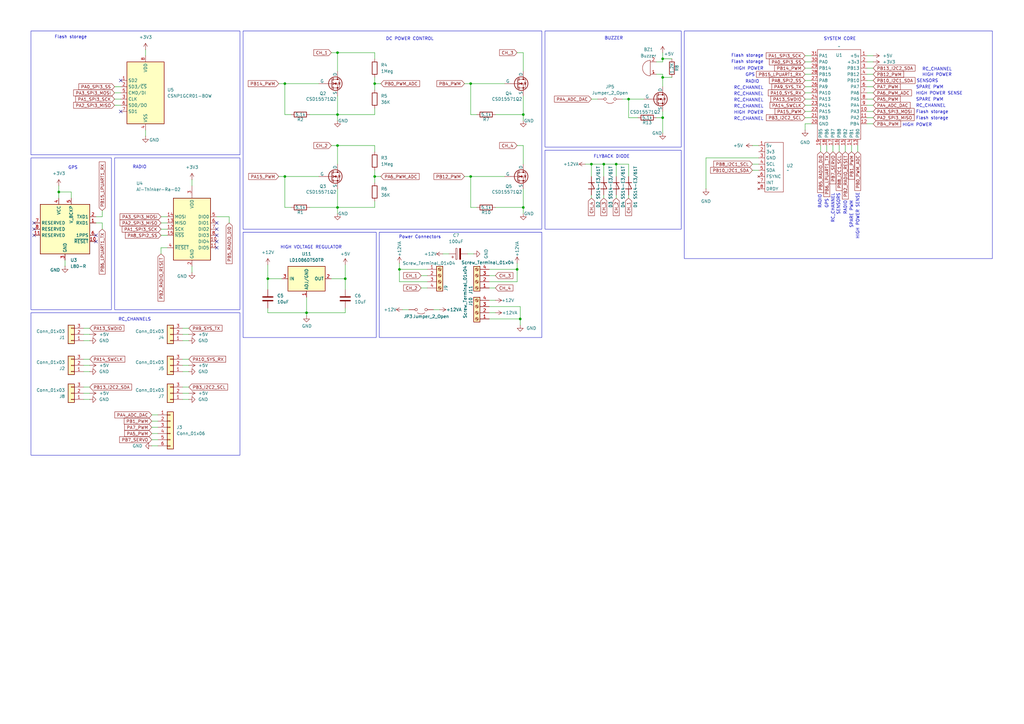
<source format=kicad_sch>
(kicad_sch (version 20250114) (generator "eeschema") (generator_version "9.0")
  (paper "A3")
  (title_block (title "Heptagram-Mini") (date "2025-06-17") (company "Elven Aerospace Industries") (comment 1 "Copyright (C) 2025 Rowan Zhang") (comment 2 "License URL: https://creativecommons.org/licenses/by-sa/4.0/") (comment 3 "License: CC BY-SA 4.0"))
  (rectangle (start 99.695 95.25) (end 154.305 138.43))
  (rectangle (start 223.52 12.7) (end 279.4 60.325))
  (rectangle (start 12.7 64.77) (end 45.72 127))
  (rectangle (start 46.99 64.77) (end 98.425 127))
  (rectangle (start 155.575 95.25) (end 222.25 138.43))
  (rectangle (start 12.7 12.7) (end 98.425 63.5))
  (rectangle (start 12.7 128.27) (end 98.425 186.69))
  (rectangle (start 223.52 61.595) (end 279.4 93.98))
  (rectangle (start 99.695 12.7) (end 222.25 93.98))
  (rectangle (start 280.67 12.7) (end 407.035 106.045))
  (text "DC POWER CONTROL" (at 158.242 16.764 0) (effects (font (size 1.27 1.27)) (justify left bottom)))
  (text "Flash storage" (at 375.666 45.974 0) (effects (font (size 1.27 1.27)) (justify left)))
  (text "RADIO" (at 311.404 33.528 0) (effects (font (size 1.27 1.27)) (justify right)))
  (text "RC_CHANNEL" (at 313.182 43.688 0) (effects (font (size 1.27 1.27)) (justify right)))
  (text "SPARE PWM" (at 375.666 40.894 0) (effects (font (size 1.27 1.27)) (justify left)))
  (text "RC_CHANNEL" (at 313.182 48.768 0) (effects (font (size 1.27 1.27)) (justify right)))
  (text "RC_CHANNEL" (at 313.182 36.068 0) (effects (font (size 1.27 1.27)) (justify right)))
  (text "HIGH POWER" (at 313.182 46.228 0) (effects (font (size 1.27 1.27)) (justify right)))
  (text "HIGH POWER" (at 370.078 51.308 0) (effects (font (size 1.27 1.27)) (justify left)))
  (text "SYSTEM CORE" (at 337.82 16.764 0) (effects (font (size 1.27 1.27)) (justify left bottom)))
  (text "GPS" (at 27.94 69.596 0) (effects (font (size 1.27 1.27)) (justify left bottom)))
  (text "RC_CHANNEL" (at 378.206 28.448 0) (effects (font (size 1.27 1.27)) (justify left)))
  (text "GPS" (at 309.626 30.734 0) (effects (font (size 1.27 1.27)) (justify right)))
  (text "HIGH POWER" (at 378.206 30.734 0) (effects (font (size 1.27 1.27)) (justify left)))
  (text "HIGH VOLTAGE REGULATOR" (at 114.935 102.235 0) (effects (font (size 1.27 1.27)) (justify left bottom)))
  (text "HIGH POWER SENSE" (at 375.666 38.354 0) (effects (font (size 1.27 1.27)) (justify left)))
  (text "Flash storage" (at 313.182 25.4 0) (effects (font (size 1.27 1.27)) (justify right)))
  (text "SPARE PWM" (at 349.25 82.296 90) (effects (font (size 1.27 1.27)) (justify right)))
  (text "SENSORS" (at 375.92 33.274 0) (effects (font (size 1.27 1.27)) (justify left)))
  (text "BUZZER" (at 247.904 16.51 0) (effects (font (size 1.27 1.27)) (justify left bottom)))
  (text "RC_CHANNEL" (at 313.182 38.608 0) (effects (font (size 1.27 1.27)) (justify right)))
  (text "GPS" (at 339.09 81.534 90) (effects (font (size 1.27 1.27)) (justify right)))
  (text "HIGH POWER" (at 313.182 28.194 0) (effects (font (size 1.27 1.27)) (justify right)))
  (text "HIGH POWER SENSE" (at 351.79 78.994 90) (effects (font (size 1.27 1.27)) (justify right)))
  (text "RC_CHANNEL" (at 341.63 79.248 90) (effects (font (size 1.27 1.27)) (justify right)))
  (text "RADIO" (at 346.71 82.296 90) (effects (font (size 1.27 1.27)) (justify right)))
  (text "RADIO" (at 336.296 79.756 90) (effects (font (size 1.27 1.27)) (justify right)))
  (text "Power Connectors" (at 172.212 97.282 0) (effects (font (size 1.27 1.27))))
  (text "SENSORS" (at 343.916 79.248 90) (effects (font (size 1.27 1.27)) (justify right)))
  (text "Flash storage" (at 375.666 48.514 0) (effects (font (size 1.27 1.27)) (justify left)))
  (text "SPARE PWM" (at 375.666 35.814 0) (effects (font (size 1.27 1.27)) (justify left)))
  (text "RC_CHANNELS" (at 48.514 131.826 0) (effects (font (size 1.27 1.27)) (justify left bottom)))
  (text "FLYBACK DIODE" (at 258.318 65.024 0) (effects (font (size 1.27 1.27)) (justify right bottom)))
  (text "Flash storage" (at 313.182 22.86 0) (effects (font (size 1.27 1.27)) (justify right)))
  (text "Flash storage" (at 22.352 16.002 0) (effects (font (size 1.27 1.27)) (justify left bottom)))
  (text "RC_CHANNEL" (at 375.666 43.434 0) (effects (font (size 1.27 1.27)) (justify left)))
  (text "RC_CHANNEL" (at 313.182 41.148 0) (effects (font (size 1.27 1.27)) (justify right)))
  (text "RADIO" (at 54.356 69.342 0) (effects (font (size 1.27 1.27)) (justify left bottom)))
  (junction (at 163.83 110.49))
  (junction (at 193.04 34.29))
  (junction (at 247.65 67.31))
  (junction (at 271.78 31.75))
  (junction (at 138.43 21.59))
  (junction (at 138.43 85.09))
  (junction (at 213.36 130.81))
  (junction (at 271.78 48.26))
  (junction (at 252.73 67.31))
  (junction (at 125.73 128.27))
  (junction (at 116.84 72.39))
  (junction (at 141.605 114.3))
  (junction (at 116.84 34.29))
  (junction (at 193.04 72.39))
  (junction (at 242.57 67.31))
  (junction (at 271.78 24.13))
  (junction (at 153.67 34.29))
  (junction (at 138.43 46.99))
  (junction (at 109.855 114.3))
  (junction (at 24.13 78.74))
  (junction (at 153.67 72.39))
  (junction (at 214.63 46.99))
  (junction (at 212.09 110.49))
  (junction (at 138.43 59.69))
  (junction (at 214.63 85.09))
  (junction (at 257.81 40.64))
  (no_connect (at 49.53 33.02))
  (no_connect (at 49.53 45.72))
  (no_connect (at 13.97 93.98))
  (no_connect (at 88.9 91.44))
  (no_connect (at 88.9 99.06))
  (no_connect (at 88.9 96.52))
  (no_connect (at 39.37 99.06))
  (no_connect (at 88.9 101.6))
  (no_connect (at 88.9 93.98))
  (no_connect (at 39.37 96.52))
  (no_connect (at 13.97 91.44))
  (no_connect (at 13.97 96.52))
  (wire (pts (xy 77.47 161.29) (xy 74.93 161.29)))
  (wire (pts (xy 138.43 77.47) (xy 138.43 85.09)))
  (wire (pts (xy 62.23 182.88) (xy 64.77 182.88)))
  (wire (pts (xy 358.14 48.26) (xy 355.6 48.26)))
  (wire (pts (xy 200.66 123.19) (xy 203.2 123.19)))
  (wire (pts (xy 125.73 128.27) (xy 109.855 128.27)))
  (wire (pts (xy 247.65 72.39) (xy 247.65 67.31)))
  (wire (pts (xy 358.14 33.02) (xy 355.6 33.02)))
  (wire (pts (xy 271.78 54.61) (xy 271.78 48.26)))
  (wire (pts (xy 36.83 147.32) (xy 34.29 147.32)))
  (wire (pts (xy 163.83 107.95) (xy 163.83 110.49)))
  (wire (pts (xy 308.61 67.31) (xy 311.15 67.31)))
  (wire (pts (xy 153.67 72.39) (xy 153.67 74.93)))
  (wire (pts (xy 125.73 128.27) (xy 125.73 129.54)))
  (wire (pts (xy 358.14 45.72) (xy 355.6 45.72)))
  (wire (pts (xy 344.17 59.69) (xy 344.17 62.23)))
  (wire (pts (xy 156.21 72.39) (xy 153.67 72.39)))
  (wire (pts (xy 240.03 67.31) (xy 242.57 67.31)))
  (wire (pts (xy 109.855 114.3) (xy 109.855 118.745)))
  (wire (pts (xy 138.43 85.09) (xy 153.67 85.09)))
  (wire (pts (xy 141.605 108.585) (xy 141.605 114.3)))
  (wire (pts (xy 109.855 128.27) (xy 109.855 126.365)))
  (wire (pts (xy 141.605 126.365) (xy 141.605 128.27)))
  (wire (pts (xy 153.67 59.69) (xy 153.67 62.23)))
  (wire (pts (xy 138.43 59.69) (xy 138.43 67.31)))
  (wire (pts (xy 66.04 96.52) (xy 68.58 96.52)))
  (wire (pts (xy 271.78 30.48) (xy 271.78 31.75)))
  (wire (pts (xy 116.84 46.99) (xy 116.84 34.29)))
  (wire (pts (xy 308.61 69.85) (xy 311.15 69.85)))
  (wire (pts (xy 214.63 39.37) (xy 214.63 46.99)))
  (wire (pts (xy 214.63 77.47) (xy 214.63 85.09)))
  (wire (pts (xy 64.77 170.18) (xy 62.23 170.18)))
  (wire (pts (xy 138.43 46.99) (xy 153.67 46.99)))
  (wire (pts (xy 355.6 40.64) (xy 358.14 40.64)))
  (wire (pts (xy 212.09 59.69) (xy 214.63 59.69)))
  (wire (pts (xy 36.83 158.75) (xy 34.29 158.75)))
  (wire (pts (xy 346.71 62.23) (xy 346.71 59.69)))
  (wire (pts (xy 66.04 104.14) (xy 66.04 101.6)))
  (wire (pts (xy 330.2 33.02) (xy 332.74 33.02)))
  (wire (pts (xy 330.2 35.56) (xy 332.74 35.56)))
  (wire (pts (xy 64.77 177.8) (xy 62.23 177.8)))
  (wire (pts (xy 308.61 59.69) (xy 311.15 59.69)))
  (wire (pts (xy 200.66 113.03) (xy 203.2 113.03)))
  (wire (pts (xy 167.64 127) (xy 165.1 127)))
  (wire (pts (xy 66.04 101.6) (xy 68.58 101.6)))
  (wire (pts (xy 24.13 76.2) (xy 24.13 78.74)))
  (wire (pts (xy 261.62 48.26) (xy 257.81 48.26)))
  (wire (pts (xy 116.84 34.29) (xy 130.81 34.29)))
  (wire (pts (xy 153.67 21.59) (xy 153.67 24.13)))
  (wire (pts (xy 127 46.99) (xy 138.43 46.99)))
  (wire (pts (xy 242.57 81.28) (xy 242.57 80.01)))
  (wire (pts (xy 77.47 163.83) (xy 74.93 163.83)))
  (wire (pts (xy 193.04 85.09) (xy 195.58 85.09)))
  (wire (pts (xy 163.83 110.49) (xy 175.26 110.49)))
  (wire (pts (xy 138.43 59.69) (xy 153.67 59.69)))
  (wire (pts (xy 172.72 113.03) (xy 175.26 113.03)))
  (wire (pts (xy 269.24 48.26) (xy 271.78 48.26)))
  (wire (pts (xy 193.04 46.99) (xy 193.04 34.29)))
  (wire (pts (xy 153.67 69.85) (xy 153.67 72.39)))
  (wire (pts (xy 77.47 149.86) (xy 74.93 149.86)))
  (wire (pts (xy 153.67 85.09) (xy 153.67 82.55)))
  (wire (pts (xy 242.57 67.31) (xy 247.65 67.31)))
  (wire (pts (xy 355.6 35.56) (xy 358.14 35.56)))
  (wire (pts (xy 78.74 111.76) (xy 78.74 109.22)))
  (wire (pts (xy 203.2 46.99) (xy 214.63 46.99)))
  (wire (pts (xy 62.23 172.72) (xy 64.77 172.72)))
  (wire (pts (xy 116.84 85.09) (xy 116.84 72.39)))
  (wire (pts (xy 269.24 25.4) (xy 271.78 25.4)))
  (wire (pts (xy 125.73 121.92) (xy 125.73 128.27)))
  (wire (pts (xy 193.04 72.39) (xy 207.01 72.39)))
  (wire (pts (xy 330.2 38.1) (xy 332.74 38.1)))
  (wire (pts (xy 62.23 180.34) (xy 64.77 180.34)))
  (wire (pts (xy 180.34 127) (xy 177.8 127)))
  (wire (pts (xy 93.98 88.9) (xy 88.9 88.9)))
  (wire (pts (xy 330.2 48.26) (xy 332.74 48.26)))
  (wire (pts (xy 41.91 88.9) (xy 39.37 88.9)))
  (wire (pts (xy 138.43 39.37) (xy 138.43 46.99)))
  (wire (pts (xy 36.83 137.16) (xy 34.29 137.16)))
  (wire (pts (xy 247.65 81.28) (xy 247.65 80.01)))
  (wire (pts (xy 138.43 87.63) (xy 138.43 85.09)))
  (wire (pts (xy 135.89 114.3) (xy 141.605 114.3)))
  (wire (pts (xy 93.98 91.44) (xy 93.98 88.9)))
  (wire (pts (xy 109.855 114.3) (xy 115.57 114.3)))
  (wire (pts (xy 355.6 43.18) (xy 358.14 43.18)))
  (wire (pts (xy 271.78 45.72) (xy 271.78 48.26)))
  (wire (pts (xy 330.2 43.18) (xy 332.74 43.18)))
  (wire (pts (xy 116.84 72.39) (xy 130.81 72.39)))
  (wire (pts (xy 214.63 21.59) (xy 214.63 29.21)))
  (wire (pts (xy 114.3 72.39) (xy 116.84 72.39)))
  (wire (pts (xy 330.2 22.86) (xy 332.74 22.86)))
  (wire (pts (xy 46.99 40.64) (xy 49.53 40.64)))
  (wire (pts (xy 341.63 59.69) (xy 341.63 62.23)))
  (wire (pts (xy 271.78 24.13) (xy 271.78 21.59)))
  (wire (pts (xy 269.24 30.48) (xy 271.78 30.48)))
  (wire (pts (xy 191.77 104.14) (xy 194.31 104.14)))
  (wire (pts (xy 36.83 139.7) (xy 34.29 139.7)))
  (wire (pts (xy 330.2 45.72) (xy 332.74 45.72)))
  (wire (pts (xy 141.605 114.3) (xy 141.605 118.745)))
  (wire (pts (xy 36.83 163.83) (xy 34.29 163.83)))
  (wire (pts (xy 271.78 31.75) (xy 271.78 35.56)))
  (wire (pts (xy 46.99 35.56) (xy 49.53 35.56)))
  (wire (pts (xy 78.74 73.66) (xy 78.74 76.2)))
  (wire (pts (xy 213.36 130.81) (xy 213.36 125.73)))
  (wire (pts (xy 59.69 20.32) (xy 59.69 22.86)))
  (wire (pts (xy 46.99 43.18) (xy 49.53 43.18)))
  (wire (pts (xy 41.91 93.98) (xy 41.91 91.44)))
  (wire (pts (xy 213.36 133.35) (xy 213.36 130.81)))
  (wire (pts (xy 200.66 110.49) (xy 212.09 110.49)))
  (wire (pts (xy 358.14 38.1) (xy 355.6 38.1)))
  (wire (pts (xy 257.81 67.31) (xy 257.81 72.39)))
  (wire (pts (xy 77.47 147.32) (xy 74.93 147.32)))
  (wire (pts (xy 125.73 128.27) (xy 141.605 128.27)))
  (wire (pts (xy 212.09 115.57) (xy 200.66 115.57)))
  (wire (pts (xy 214.63 49.53) (xy 214.63 46.99)))
  (wire (pts (xy 330.2 50.8) (xy 330.2 53.34)))
  (wire (pts (xy 193.04 85.09) (xy 193.04 72.39)))
  (wire (pts (xy 175.26 115.57) (xy 163.83 115.57)))
  (wire (pts (xy 64.77 175.26) (xy 62.23 175.26)))
  (wire (pts (xy 271.78 24.13) (xy 275.59 24.13)))
  (wire (pts (xy 358.14 22.86) (xy 355.6 22.86)))
  (wire (pts (xy 252.73 72.39) (xy 252.73 67.31)))
  (wire (pts (xy 351.79 62.23) (xy 351.79 59.69)))
  (wire (pts (xy 190.5 72.39) (xy 193.04 72.39)))
  (wire (pts (xy 242.57 72.39) (xy 242.57 67.31)))
  (wire (pts (xy 330.2 30.48) (xy 332.74 30.48)))
  (wire (pts (xy 114.3 34.29) (xy 116.84 34.29)))
  (wire (pts (xy 332.74 50.8) (xy 330.2 50.8)))
  (wire (pts (xy 36.83 134.62) (xy 34.29 134.62)))
  (wire (pts (xy 153.67 46.99) (xy 153.67 44.45)))
  (wire (pts (xy 252.73 67.31) (xy 257.81 67.31)))
  (wire (pts (xy 193.04 46.99) (xy 195.58 46.99)))
  (wire (pts (xy 330.2 25.4) (xy 332.74 25.4)))
  (wire (pts (xy 116.84 85.09) (xy 119.38 85.09)))
  (wire (pts (xy 193.04 34.29) (xy 207.01 34.29)))
  (wire (pts (xy 26.67 106.68) (xy 26.67 109.22)))
  (wire (pts (xy 116.84 46.99) (xy 119.38 46.99)))
  (wire (pts (xy 200.66 118.11) (xy 203.2 118.11)))
  (wire (pts (xy 138.43 21.59) (xy 153.67 21.59)))
  (wire (pts (xy 190.5 34.29) (xy 193.04 34.29)))
  (wire (pts (xy 24.13 78.74) (xy 29.21 78.74)))
  (wire (pts (xy 203.2 85.09) (xy 214.63 85.09)))
  (wire (pts (xy 252.73 81.28) (xy 252.73 80.01)))
  (wire (pts (xy 212.09 110.49) (xy 212.09 115.57)))
  (wire (pts (xy 289.56 64.77) (xy 289.56 77.47)))
  (wire (pts (xy 172.72 118.11) (xy 175.26 118.11)))
  (wire (pts (xy 77.47 152.4) (xy 74.93 152.4)))
  (wire (pts (xy 138.43 21.59) (xy 138.43 29.21)))
  (wire (pts (xy 66.04 91.44) (xy 68.58 91.44)))
  (wire (pts (xy 271.78 25.4) (xy 271.78 24.13)))
  (wire (pts (xy 77.47 139.7) (xy 74.93 139.7)))
  (wire (pts (xy 36.83 161.29) (xy 34.29 161.29)))
  (wire (pts (xy 181.61 104.14) (xy 184.15 104.14)))
  (wire (pts (xy 77.47 137.16) (xy 74.93 137.16)))
  (wire (pts (xy 358.14 50.8) (xy 355.6 50.8)))
  (wire (pts (xy 153.67 31.75) (xy 153.67 34.29)))
  (wire (pts (xy 109.855 108.585) (xy 109.855 114.3)))
  (wire (pts (xy 24.13 78.74) (xy 24.13 81.28)))
  (wire (pts (xy 247.65 67.31) (xy 252.73 67.31)))
  (wire (pts (xy 355.6 25.4) (xy 358.14 25.4)))
  (wire (pts (xy 355.6 30.48) (xy 358.14 30.48)))
  (wire (pts (xy 135.89 59.69) (xy 138.43 59.69)))
  (wire (pts (xy 257.81 81.28) (xy 257.81 80.01)))
  (wire (pts (xy 257.81 40.64) (xy 257.81 48.26)))
  (wire (pts (xy 46.99 38.1) (xy 49.53 38.1)))
  (wire (pts (xy 330.2 27.94) (xy 332.74 27.94)))
  (wire (pts (xy 330.2 40.64) (xy 332.74 40.64)))
  (wire (pts (xy 77.47 134.62) (xy 74.93 134.62)))
  (wire (pts (xy 355.6 27.94) (xy 358.14 27.94)))
  (wire (pts (xy 212.09 21.59) (xy 214.63 21.59)))
  (wire (pts (xy 135.89 21.59) (xy 138.43 21.59)))
  (wire (pts (xy 29.21 78.74) (xy 29.21 81.28)))
  (wire (pts (xy 242.57 40.64) (xy 245.11 40.64)))
  (wire (pts (xy 127 85.09) (xy 138.43 85.09)))
  (wire (pts (xy 200.66 128.27) (xy 203.2 128.27)))
  (wire (pts (xy 214.63 87.63) (xy 214.63 85.09)))
  (wire (pts (xy 66.04 93.98) (xy 68.58 93.98)))
  (wire (pts (xy 212.09 107.95) (xy 212.09 110.49)))
  (wire (pts (xy 59.69 55.88) (xy 59.69 53.34)))
  (wire (pts (xy 153.67 34.29) (xy 153.67 36.83)))
  (wire (pts (xy 77.47 158.75) (xy 74.93 158.75)))
  (wire (pts (xy 255.27 40.64) (xy 257.81 40.64)))
  (wire (pts (xy 156.21 34.29) (xy 153.67 34.29)))
  (wire (pts (xy 336.55 62.23) (xy 336.55 59.69)))
  (wire (pts (xy 36.83 152.4) (xy 34.29 152.4)))
  (wire (pts (xy 163.83 115.57) (xy 163.83 110.49)))
  (wire (pts (xy 271.78 31.75) (xy 275.59 31.75)))
  (wire (pts (xy 138.43 49.53) (xy 138.43 46.99)))
  (wire (pts (xy 214.63 59.69) (xy 214.63 67.31)))
  (wire (pts (xy 36.83 149.86) (xy 34.29 149.86)))
  (wire (pts (xy 349.25 62.23) (xy 349.25 59.69)))
  (wire (pts (xy 41.91 91.44) (xy 39.37 91.44)))
  (wire (pts (xy 257.81 40.64) (xy 264.16 40.64)))
  (wire (pts (xy 339.09 62.23) (xy 339.09 59.69)))
  (wire (pts (xy 311.15 64.77) (xy 289.56 64.77)))
  (wire (pts (xy 213.36 125.73) (xy 200.66 125.73)))
  (wire (pts (xy 66.04 88.9) (xy 68.58 88.9)))
  (wire (pts (xy 41.91 86.36) (xy 41.91 88.9)))
  (wire (pts (xy 200.66 130.81) (xy 213.36 130.81)))
  (global_label "PA15_PWM" (shape input) (at 330.2 45.72 180) (property "Intersheetrefs" "${INTERSHEET_REFS}" (effects (hide yes))))
  (global_label "CH_3" (shape input) (at 203.2 113.03 0) (property "Intersheetrefs" "${INTERSHEET_REFS}" (effects (hide yes))))
  (global_label "PB10_I2C1_SDA" (shape input) (at 308.61 69.85 180) (property "Intersheetrefs" "${INTERSHEET_REFS}" (effects (hide yes))))
  (global_label "PB0_PWM_ADC" (shape input) (at 156.21 34.29 0) (property "Intersheetrefs" "${INTERSHEET_REFS}" (effects (hide yes))))
  (global_label "PA6_PWM_ADC" (shape input) (at 358.14 38.1 0) (property "Intersheetrefs" "${INTERSHEET_REFS}" (effects (hide yes))))
  (global_label "PA1_SPI3_SCK" (shape input) (at 330.2 22.86 180) (property "Intersheetrefs" "${INTERSHEET_REFS}" (effects (hide yes))))
  (global_label "PB13_I2C2_SDA" (shape input) (at 36.83 158.75 0) (property "Intersheetrefs" "${INTERSHEET_REFS}" (effects (hide yes))))
  (global_label "PB5_RADIO_DI0" (shape input) (at 93.98 91.44 270) (property "Intersheetrefs" "${INTERSHEET_REFS}" (effects (hide yes))))
  (global_label "PB2_RADIO_RESET" (shape input) (at 66.04 104.14 270) (property "Intersheetrefs" "${INTERSHEET_REFS}" (effects (hide yes))))
  (global_label "PA3_SPI3_MOSI" (shape input) (at 358.14 45.72 0) (property "Intersheetrefs" "${INTERSHEET_REFS}" (effects (hide yes))))
  (global_label "CH_1" (shape input) (at 257.81 81.28 270) (property "Intersheetrefs" "${INTERSHEET_REFS}" (effects (hide yes))))
  (global_label "PB15_LPUART1_RX" (shape input) (at 330.2 30.48 180) (property "Intersheetrefs" "${INTERSHEET_REFS}" (effects (hide yes))))
  (global_label "PB12_PWM" (shape input) (at 190.5 72.39 180) (property "Intersheetrefs" "${INTERSHEET_REFS}" (effects (hide yes))))
  (global_label "PA14_SWCLK" (shape input) (at 36.83 147.32 0) (property "Intersheetrefs" "${INTERSHEET_REFS}" (effects (hide yes))))
  (global_label "PA13_SWDIO" (shape input) (at 36.83 134.62 0) (property "Intersheetrefs" "${INTERSHEET_REFS}" (effects (hide yes))))
  (global_label "PB1_PWM" (shape input) (at 62.23 172.72 180) (property "Intersheetrefs" "${INTERSHEET_REFS}" (effects (hide yes))))
  (global_label "PB8_I2C1_SCL" (shape input) (at 344.17 62.23 270) (property "Intersheetrefs" "${INTERSHEET_REFS}" (effects (hide yes))))
  (global_label "PA2_SPI3_MISO" (shape input) (at 66.04 91.44 180) (property "Intersheetrefs" "${INTERSHEET_REFS}" (effects (hide yes))))
  (global_label "PA9_SYS_TX" (shape input) (at 77.47 134.62 0) (property "Intersheetrefs" "${INTERSHEET_REFS}" (effects (hide yes))))
  (global_label "PB13_I2C2_SDA" (shape input) (at 358.14 27.94 0) (property "Intersheetrefs" "${INTERSHEET_REFS}" (effects (hide yes))))
  (global_label "CH_3" (shape input) (at 247.65 81.28 270) (property "Intersheetrefs" "${INTERSHEET_REFS}" (effects (hide yes))))
  (global_label "PA3_SPI3_MOSI" (shape input) (at 66.04 88.9 180) (property "Intersheetrefs" "${INTERSHEET_REFS}" (effects (hide yes))))
  (global_label "PB2_RADIO_RESET" (shape input) (at 346.71 62.23 270) (property "Intersheetrefs" "${INTERSHEET_REFS}" (effects (hide yes))))
  (global_label "PB4_PWM" (shape input) (at 358.14 50.8 0) (property "Intersheetrefs" "${INTERSHEET_REFS}" (effects (hide yes))))
  (global_label "CH_2" (shape input) (at 252.73 81.28 270) (property "Intersheetrefs" "${INTERSHEET_REFS}" (effects (hide yes))))
  (global_label "PA3_SPI3_MOSI" (shape input) (at 46.99 38.1 180) (property "Intersheetrefs" "${INTERSHEET_REFS}" (effects (hide yes))))
  (global_label "CH_2" (shape input) (at 172.72 118.11 180) (property "Intersheetrefs" "${INTERSHEET_REFS}" (effects (hide yes))))
  (global_label "CH_4" (shape input) (at 242.57 81.28 270) (property "Intersheetrefs" "${INTERSHEET_REFS}" (effects (hide yes))))
  (global_label "PA0_SPI3_SS" (shape input) (at 46.99 35.56 180) (property "Intersheetrefs" "${INTERSHEET_REFS}" (effects (hide yes))))
  (global_label "PA5_PWM" (shape input) (at 358.14 40.64 0) (property "Intersheetrefs" "${INTERSHEET_REFS}" (effects (hide yes))))
  (global_label "CH_4" (shape input) (at 203.2 118.11 0) (property "Intersheetrefs" "${INTERSHEET_REFS}" (effects (hide yes))))
  (global_label "PB7_SERVO" (shape input) (at 341.63 62.23 270) (property "Intersheetrefs" "${INTERSHEET_REFS}" (effects (hide yes))))
  (global_label "PA5_PWM" (shape input) (at 62.23 177.8 180) (property "Intersheetrefs" "${INTERSHEET_REFS}" (effects (hide yes))))
  (global_label "PA9_SYS_TX" (shape input) (at 330.2 35.56 180) (property "Intersheetrefs" "${INTERSHEET_REFS}" (effects (hide yes))))
  (global_label "CH_1" (shape input) (at 172.72 113.03 180) (property "Intersheetrefs" "${INTERSHEET_REFS}" (effects (hide yes))))
  (global_label "PB14_PWM" (shape input) (at 330.2 27.94 180) (property "Intersheetrefs" "${INTERSHEET_REFS}" (effects (hide yes))))
  (global_label "PA6_PWM_ADC" (shape input) (at 156.21 72.39 0) (property "Intersheetrefs" "${INTERSHEET_REFS}" (effects (hide yes))))
  (global_label "PA0_SPI3_SS" (shape input) (at 330.2 25.4 180) (property "Intersheetrefs" "${INTERSHEET_REFS}" (effects (hide yes))))
  (global_label "PB3_I2C2_SCL" (shape input) (at 330.2 48.26 180) (property "Intersheetrefs" "${INTERSHEET_REFS}" (effects (hide yes))))
  (global_label "PB3_I2C2_SCL" (shape input) (at 77.47 158.75 0) (property "Intersheetrefs" "${INTERSHEET_REFS}" (effects (hide yes))))
  (global_label "PB14_PWM" (shape input) (at 114.3 34.29 180) (property "Intersheetrefs" "${INTERSHEET_REFS}" (effects (hide yes))))
  (global_label "PB1_PWM" (shape input) (at 349.25 62.23 270) (property "Intersheetrefs" "${INTERSHEET_REFS}" (effects (hide yes))))
  (global_label "PA8_SPI2_SS" (shape input) (at 330.2 33.02 180) (property "Intersheetrefs" "${INTERSHEET_REFS}" (effects (hide yes))))
  (global_label "PA1_SPI3_SCK" (shape input) (at 66.04 93.98 180) (property "Intersheetrefs" "${INTERSHEET_REFS}" (effects (hide yes))))
  (global_label "PA10_SYS_RX" (shape input) (at 77.47 147.32 0) (property "Intersheetrefs" "${INTERSHEET_REFS}" (effects (hide yes))))
  (global_label "PA4_ADC_DAC" (shape input) (at 358.14 43.18 0) (property "Intersheetrefs" "${INTERSHEET_REFS}" (effects (hide yes))))
  (global_label "PB10_I2C1_SDA" (shape input) (at 358.14 33.02 0) (property "Intersheetrefs" "${INTERSHEET_REFS}" (effects (hide yes))))
  (global_label "PB15_LPUART1_RX" (shape input) (at 41.91 86.36 90) (property "Intersheetrefs" "${INTERSHEET_REFS}" (effects (hide yes))))
  (global_label "CH_3" (shape input) (at 212.09 21.59 180) (property "Intersheetrefs" "${INTERSHEET_REFS}" (effects (hide yes))))
  (global_label "PB7_SERVO" (shape input) (at 62.23 180.34 180) (property "Intersheetrefs" "${INTERSHEET_REFS}" (effects (hide yes))))
  (global_label "PB4_PWM" (shape input) (at 190.5 34.29 180) (property "Intersheetrefs" "${INTERSHEET_REFS}" (effects (hide yes))))
  (global_label "PA10_SYS_RX" (shape input) (at 330.2 38.1 180) (property "Intersheetrefs" "${INTERSHEET_REFS}" (effects (hide yes))))
  (global_label "PB6_LPUART1_TX" (shape input) (at 339.09 62.23 270) (property "Intersheetrefs" "${INTERSHEET_REFS}" (effects (hide yes))))
  (global_label "PA2_SPI3_MISO" (shape input) (at 358.14 48.26 0) (property "Intersheetrefs" "${INTERSHEET_REFS}" (effects (hide yes))))
  (global_label "CH_2" (shape input) (at 135.89 59.69 180) (property "Intersheetrefs" "${INTERSHEET_REFS}" (effects (hide yes))))
  (global_label "PA13_SWDIO" (shape input) (at 330.2 40.64 180) (property "Intersheetrefs" "${INTERSHEET_REFS}" (effects (hide yes))))
  (global_label "PA2_SPI3_MISO" (shape input) (at 46.99 43.18 180) (property "Intersheetrefs" "${INTERSHEET_REFS}" (effects (hide yes))))
  (global_label "PA14_SWCLK" (shape input) (at 330.2 43.18 180) (property "Intersheetrefs" "${INTERSHEET_REFS}" (effects (hide yes))))
  (global_label "PB8_I2C1_SCL" (shape input) (at 308.61 67.31 180) (property "Intersheetrefs" "${INTERSHEET_REFS}" (effects (hide yes))))
  (global_label "PA7_PWM" (shape input) (at 358.14 35.56 0) (property "Intersheetrefs" "${INTERSHEET_REFS}" (effects (hide yes))))
  (global_label "PA15_PWM" (shape input) (at 114.3 72.39 180) (property "Intersheetrefs" "${INTERSHEET_REFS}" (effects (hide yes))))
  (global_label "CH_4" (shape input) (at 212.09 59.69 180) (property "Intersheetrefs" "${INTERSHEET_REFS}" (effects (hide yes))))
  (global_label "PB12_PWM" (shape input) (at 358.14 30.48 0) (property "Intersheetrefs" "${INTERSHEET_REFS}" (effects (hide yes))))
  (global_label "PA7_PWM" (shape input) (at 62.23 175.26 180) (property "Intersheetrefs" "${INTERSHEET_REFS}" (effects (hide yes))))
  (global_label "PA8_SPI2_SS" (shape input) (at 66.04 96.52 180) (property "Intersheetrefs" "${INTERSHEET_REFS}" (effects (hide yes))))
  (global_label "PA1_SPI3_SCK" (shape input) (at 46.99 40.64 180) (property "Intersheetrefs" "${INTERSHEET_REFS}" (effects (hide yes))))
  (global_label "PA4_ADC_DAC" (shape input) (at 62.23 170.18 180) (property "Intersheetrefs" "${INTERSHEET_REFS}" (effects (hide yes))))
  (global_label "PB0_PWM_ADC" (shape input) (at 351.79 62.23 270) (property "Intersheetrefs" "${INTERSHEET_REFS}" (effects (hide yes))))
  (global_label "PA4_ADC_DAC" (shape input) (at 242.57 40.64 180) (property "Intersheetrefs" "${INTERSHEET_REFS}" (effects (hide yes))))
  (global_label "CH_1" (shape input) (at 135.89 21.59 180) (property "Intersheetrefs" "${INTERSHEET_REFS}" (effects (hide yes))))
  (global_label "PB6_LPUART1_TX" (shape input) (at 41.91 93.98 270) (property "Intersheetrefs" "${INTERSHEET_REFS}" (effects (hide yes))))
  (global_label "PB5_RADIO_DI0" (shape input) (at 336.55 62.23 270) (property "Intersheetrefs" "${INTERSHEET_REFS}" (effects (hide yes))))
  (symbol (lib_id "power:GND") (at 26.67 109.22 0) (unit 1)
    (property "Reference" "#PWR0105" (effects (hide yes)))
    (property "Value" "GND" (at 22.606 110.744 0))
  )
  (symbol (lib_id "Jumper:Jumper_2_Open") (at 250.19 40.64 180) (unit 1)
    (property "Reference" "JP5" (at 250.19 35.56 0))
    (property "Value" "Jumper_2_Open" (at 250.19 38.1 0))
    (property "Footprint" "Jumper:SolderJumper-2_P1.3mm_Open_RoundedPad1.0x1.5mm" (effects (hide yes)))
    (property "Description" "Jumper, 2-pole, open" (effects (hide yes)))
  )
  (symbol (lib_id "Connector_Generic:Conn_01x03") (at 29.21 149.86 180) (unit 1)
    (property "Reference" "J2" (at 26.67 151.1301 0) (effects (justify left)))
    (property "Value" "Conn_01x03" (at 26.67 148.5901 0) (effects (justify left)))
    (property "Footprint" "heptagram-mini:3pin" (effects (hide yes)))
    (property "Description" "Generic connector, single row, 01x03, script generated (kicad-library-utils/schlib/autogen/connector/)" (effects (hide yes)))
  )
  (symbol (lib_id "Device:R") (at 153.67 66.04 0) (unit 1)
    (property "Reference" "R3" (at 156.21 64.7699 0) (effects (justify left)))
    (property "Value" "1Meg" (at 156.21 67.3099 0) (effects (justify left)))
    (property "Footprint" "Resistor_SMD:R_0805_2012Metric" (effects (hide yes)))
    (property "Description" "Resistor" (effects (hide yes)))
    (property "LCSC" "C17514" (effects (hide yes)))
  )
  (symbol (lib_id "power:GND") (at 138.43 49.53 0) (unit 1)
    (property "Reference" "#PWR0116" (effects (hide yes)))
    (property "Value" "GND" (at 140.716 49.53 0))
  )
  (symbol (lib_id "power:+5V") (at 141.605 108.585 0) (unit 1)
    (property "Reference" "#PWR0103" (effects (hide yes)))
    (property "Value" "+5V" (at 141.605 104.14 0))
  )
  (symbol (lib_id "Device:R") (at 199.39 85.09 270) (unit 1)
    (property "Reference" "R10" (at 199.39 87.122 90))
    (property "Value" "5.1k" (at 199.39 85.09 90))
    (property "Footprint" "Resistor_SMD:R_0402_1005Metric_Pad0.72x0.64mm_HandSolder" (effects (hide yes)))
    (property "Description" "Resistor" (effects (hide yes)))
    (property "LCSC" "C25905" (effects (hide yes)))
  )
  (symbol (lib_id "power:+5V") (at 36.83 137.16 270) (unit 1)
    (property "Reference" "#PWR036" (effects (hide yes)))
    (property "Value" "+5V" (at 40.64 137.1601 90) (effects (justify left)))
    (property "Description" "Power symbol creates a global label with name \"+5V\"" (effects (hide yes)))
  )
  (symbol (lib_id "power:+5V") (at 308.61 59.69 90) (unit 1)
    (property "Reference" "#PWR05" (effects (hide yes)))
    (property "Value" "+5V" (at 304.8 59.6899 90) (effects (justify left)))
    (property "Description" "Power symbol creates a global label with name \"+5V\"" (effects (hide yes)))
  )
  (symbol (lib_id "Connector_Generic:Conn_01x03") (at 69.85 149.86 180) (unit 1)
    (property "Reference" "J5" (at 67.31 151.1301 0) (effects (justify left)))
    (property "Value" "Conn_01x03" (at 67.31 148.5901 0) (effects (justify left)))
    (property "Footprint" "heptagram-mini:3pin" (effects (hide yes)))
    (property "Description" "Generic connector, single row, 01x03, script generated (kicad-library-utils/schlib/autogen/connector/)" (effects (hide yes)))
  )
  (symbol (lib_id "power:GND") (at 330.2 53.34 0) (unit 1)
    (property "Reference" "#PWR03" (effects (hide yes)))
    (property "Value" "GND" (at 330.2 58.42 0))
    (property "Description" "Power symbol creates a global label with name \"GND\" , ground" (effects (hide yes)))
  )
  (symbol (lib_id "power:+5V") (at 77.47 149.86 270) (unit 1)
    (property "Reference" "#PWR045" (effects (hide yes)))
    (property "Value" "+5V" (at 81.28 149.8601 90) (effects (justify left)))
    (property "Description" "Power symbol creates a global label with name \"+5V\"" (effects (hide yes)))
  )
  (symbol (lib_id "power:+3V3") (at 59.69 20.32 0) (unit 1)
    (property "Reference" "#PWR063" (effects (hide yes)))
    (property "Value" "+3V3" (at 59.69 15.24 0))
    (property "Description" "Power symbol creates a global label with name \"+3V3\"" (effects (hide yes)))
  )
  (symbol (lib_name "NMOS_1") (lib_id "Simulation_SPICE:NMOS") (at 269.24 40.64 0) (unit 1)
    (property "Reference" "Q1" (at 263.906 43.434 0) (effects (justify left)))
    (property "Value" "CSD15571Q2" (at 258.318 45.974 0) (effects (justify left)))
    (property "Footprint" "heptagram-mini:flight_computer_Texas_DQK" (effects (hide yes)))
    (property "Datasheet" "https://www.ti.com/lit/ds/symlink/csd13202q2.pdf?ts=1734325334494&ref_url=https%253A%252F%252Fwww.google.com%252F" (effects (hide yes)))
    (property "Sim.Device" "NMOS" (effects (hide yes)))
    (property "Sim.Type" "VDMOS" (effects (hide yes)))
    (property "Sim.Pins" "1=D 2=G 3=S" (effects (hide yes)))
    (property "LCSC" "C412825" (effects (hide yes)))
  )
  (symbol (lib_id "RF_GPS:L80-R") (at 26.67 93.98 0) (unit 1)
    (property "Reference" "U3" (at 28.8641 106.68 0) (effects (justify left)))
    (property "Value" "L80-R" (at 28.8641 109.22 0) (effects (justify left)))
    (property "Footprint" "RF_GPS:Quectel_L80-R" (effects (hide yes)))
    (property "Datasheet" "https://www.quectel.com/UploadImage/Downlad/Quectel_L80-R_Hardware_Design_V1.2.pdf" (effects (hide yes)))
    (property "LCSC" "C3029061" (effects (hide yes)))
  )
  (symbol (lib_id "Device:Buzzer") (at 266.7 27.94 180) (unit 1)
    (property "Reference" "BZ1" (at 265.9449 20.32 0))
    (property "Value" "Buzzer" (at 265.9449 22.86 0))
    (property "Footprint" "heptagram-mini:Buzzer_hand_solder" (effects (hide yes)))
    (property "Description" "Buzzer, polarized" (effects (hide yes)))
    (property "LCSC" "C201042" (effects (hide yes)))
  )
  (symbol (lib_id "Device:R") (at 199.39 46.99 270) (unit 1)
    (property "Reference" "R7" (at 199.39 49.022 90))
    (property "Value" "5.1k" (at 199.39 46.99 90))
    (property "Footprint" "Resistor_SMD:R_0402_1005Metric_Pad0.72x0.64mm_HandSolder" (effects (hide yes)))
    (property "Description" "Resistor" (effects (hide yes)))
    (property "LCSC" "C25905" (effects (hide yes)))
  )
  (symbol (lib_id "Device:D_Shockley") (at 257.81 76.2 270) (unit 1)
    (property "Reference" "D1" (at 260.604 82.55 0) (effects (justify left)))
    (property "Value" "SS14-E3/61T" (at 260.604 68.072 0) (effects (justify left)))
    (property "Footprint" "Diode_SMD:D_SMA" (effects (hide yes)))
    (property "LCSC" "C47460" (effects (hide yes)))
  )
  (symbol (lib_id "GY87:GY87") (at 313.69 57.15 0) (unit 1)
    (property "Reference" "U2" (at 322.58 67.9449 0) (effects (justify left)))
    (property "Value" "~" (at 322.58 69.85 0) (effects (justify left)))
    (property "Footprint" "heptagram-mini:GY87" (effects (hide yes)))
  )
  (symbol (lib_id "Connector:Screw_Terminal_01x04") (at 195.58 128.27 180) (unit 1)
    (property "Reference" "J10" (at 193.04 121.92 90) (effects (justify left)))
    (property "Value" "Screw_Terminal_01x04" (at 190.754 108.966 90) (effects (justify left)))
    (property "Footprint" "TerminalBlock:TerminalBlock_Xinya_XY308-2.54-4P_1x04_P2.54mm_Horizontal" (effects (hide yes)))
    (property "Description" "Generic screw terminal, single row, 01x04, script generated (kicad-library-utils/schlib/autogen/connector/)" (effects (hide yes)))
  )
  (symbol (lib_id "power:+12V") (at 203.2 123.19 270) (unit 1)
    (property "Reference" "#PWR058" (effects (hide yes)))
    (property "Value" "+12V" (at 208.28 123.19 90))
    (property "Description" "Power symbol creates a global label with name \"+12V\"" (effects (hide yes)))
  )
  (symbol (lib_id "RF_Module:Ai-Thinker-Ra-02") (at 78.74 93.98 0) (unit 1)
    (property "Reference" "U4" (at 55.88 75.184 0) (effects (justify left)))
    (property "Value" "Ai-Thinker-Ra-02" (at 55.88 77.724 0) (effects (justify left)))
    (property "Footprint" "RF_Module:Ai-Thinker-Ra-01-LoRa" (effects (hide yes)))
    (property "Datasheet" "http://wiki.ai-thinker.com/_media/lora/docs/c048ps01a1_ra-02_product_specification_v1.1.pdf" (effects (hide yes)))
    (property "Description" "Ai-Thinker Ra-02 410-525 MHz LoRa Module, SPI interface, U.FL antenna connector" (effects (hide yes)))
  )
  (symbol (lib_id "power:+12VA") (at 180.34 127 270) (unit 1)
    (property "Reference" "#PWR054" (effects (hide yes)))
    (property "Value" "+12VA" (at 186.182 127 90))
    (property "Description" "Power symbol creates a global label with name \"+12VA\"" (effects (hide yes)))
  )
  (symbol (lib_id "power:GND") (at 213.36 133.35 0) (unit 1)
    (property "Reference" "#PWR056" (effects (hide yes)))
    (property "Value" "GND" (at 215.9 134.6199 0) (effects (justify left)))
  )
  (symbol (lib_id "Jumper:Jumper_2_Open") (at 172.72 127 180) (unit 1)
    (property "Reference" "JP3" (at 167.386 129.794 0))
    (property "Value" "Jumper_2_Open" (at 176.784 129.794 0))
    (property "Footprint" "Jumper:SolderJumper-2_P1.3mm_Open_RoundedPad1.0x1.5mm" (effects (hide yes)))
    (property "Description" "Jumper, 2-pole, open" (effects (hide yes)))
  )
  (symbol (lib_id "power:+12VA") (at 240.03 67.31 90) (unit 1)
    (property "Reference" "#PWR0119" (effects (hide yes)))
    (property "Value" "+12VA" (at 234.188 67.31 90))
    (property "Description" "Power symbol creates a global label with name \"+12VA\"" (effects (hide yes)))
  )
  (symbol (lib_id "Device:R") (at 153.67 40.64 0) (unit 1)
    (property "Reference" "R5" (at 156.21 39.3699 0) (effects (justify left)))
    (property "Value" "36K" (at 156.21 41.9099 0) (effects (justify left)))
    (property "Footprint" "Resistor_SMD:R_0805_2012Metric" (effects (hide yes)))
    (property "Description" "Resistor" (effects (hide yes)))
    (property "LCSC" "C4360" (effects (hide yes)))
  )
  (symbol (lib_id "power:+5V") (at 36.83 149.86 270) (unit 1)
    (property "Reference" "#PWR039" (effects (hide yes)))
    (property "Value" "+5V" (at 40.64 149.8601 90) (effects (justify left)))
    (property "Description" "Power symbol creates a global label with name \"+5V\"" (effects (hide yes)))
  )
  (symbol (lib_id "power:GND") (at 77.47 139.7 90) (unit 1)
    (property "Reference" "#PWR044" (effects (hide yes)))
    (property "Value" "GND" (at 81.28 139.7001 90) (effects (justify right)))
    (property "Description" "Power symbol creates a global label with name \"GND\" , ground" (effects (hide yes)))
  )
  (symbol (lib_id "Device:D_Shockley") (at 252.73 76.2 270) (unit 1)
    (property "Reference" "D4" (at 255.524 82.55 0) (effects (justify left)))
    (property "Value" "SS14-E3/61T" (at 255.524 68.072 0) (effects (justify left)))
    (property "Footprint" "Diode_SMD:D_SMA" (effects (hide yes)))
    (property "LCSC" "C47460" (effects (hide yes)))
  )
  (symbol (lib_id "power:GND") (at 77.47 163.83 90) (unit 1)
    (property "Reference" "#PWR050" (effects (hide yes)))
    (property "Value" "GND" (at 81.28 163.8301 90) (effects (justify right)))
    (property "Description" "Power symbol creates a global label with name \"GND\" , ground" (effects (hide yes)))
  )
  (symbol (lib_id "power:GND") (at 36.83 163.83 90) (unit 1)
    (property "Reference" "#PWR052" (effects (hide yes)))
    (property "Value" "GND" (at 40.64 163.8301 90) (effects (justify right)))
    (property "Description" "Power symbol creates a global label with name \"GND\" , ground" (effects (hide yes)))
  )
  (symbol (lib_id "Device:D_Shockley") (at 242.57 76.2 270) (unit 1)
    (property "Reference" "D2" (at 245.364 82.55 0) (effects (justify left)))
    (property "Value" "SS14-E3/61T" (at 245.364 68.072 0) (effects (justify left)))
    (property "Footprint" "Diode_SMD:D_SMA" (effects (hide yes)))
    (property "LCSC" "C47460" (effects (hide yes)))
  )
  (symbol (lib_id "laplace0_lite:laplace0_lite") (at 344.17 20.32 0) (unit 1)
    (property "Reference" "U1" (at 344.17 22.606 0))
    (property "Value" "~" (at 344.17 19.05 0))
    (property "Footprint" "heptagram-mini:laplace0_lite" (effects (hide yes)))
  )
  (symbol (lib_id "power:GND") (at 36.83 139.7 90) (unit 1)
    (property "Reference" "#PWR037" (effects (hide yes)))
    (property "Value" "GND" (at 40.64 139.7001 90) (effects (justify right)))
    (property "Description" "Power symbol creates a global label with name \"GND\" , ground" (effects (hide yes)))
  )
  (symbol (lib_id "Regulator_Linear:LD1086DT50TR") (at 125.73 114.3 0) (unit 1)
    (property "Reference" "U11" (at 125.73 104.14 0))
    (property "Value" "LD1086DT50TR" (at 125.73 106.68 0))
    (property "Footprint" "Package_TO_SOT_SMD:TO-252-2" (effects (hide yes)))
    (property "Datasheet" "https://www.st.com/resource/en/datasheet/ld1086.pdf" (effects (hide yes)))
    (property "LCSC" "C164853" (effects (hide yes)))
  )
  (symbol (lib_id "power:+12V") (at 165.1 127 90) (unit 1)
    (property "Reference" "#PWR055" (effects (hide yes)))
    (property "Value" "+12V" (at 160.02 127 90))
  )
  (symbol (lib_id "Device:D_Shockley") (at 247.65 76.2 270) (unit 1)
    (property "Reference" "D3" (at 250.444 82.55 0) (effects (justify left)))
    (property "Value" "SS14-E3/61T" (at 250.444 68.072 0) (effects (justify left)))
    (property "Footprint" "Diode_SMD:D_SMA" (effects (hide yes)))
    (property "LCSC" "C47460" (effects (hide yes)))
  )
  (symbol (lib_id "power:+12VA") (at 203.2 128.27 270) (unit 1)
    (property "Reference" "#PWR057" (effects (hide yes)))
    (property "Value" "+12VA" (at 209.042 128.27 90))
    (property "Description" "Power symbol creates a global label with name \"+12VA\"" (effects (hide yes)))
  )
  (symbol (lib_id "Device:R") (at 153.67 78.74 0) (unit 1)
    (property "Reference" "R6" (at 156.21 77.4699 0) (effects (justify left)))
    (property "Value" "36K" (at 156.21 80.0099 0) (effects (justify left)))
    (property "Footprint" "Resistor_SMD:R_0805_2012Metric" (effects (hide yes)))
    (property "Description" "Resistor" (effects (hide yes)))
    (property "LCSC" "C4360" (effects (hide yes)))
  )
  (symbol (lib_id "power:GND") (at 214.63 87.63 0) (unit 1)
    (property "Reference" "#PWR08" (effects (hide yes)))
    (property "Value" "GND" (at 216.916 87.63 0))
  )
  (symbol (lib_id "power:GND") (at 36.83 152.4 90) (unit 1)
    (property "Reference" "#PWR040" (effects (hide yes)))
    (property "Value" "GND" (at 40.64 152.4001 90) (effects (justify right)))
    (property "Description" "Power symbol creates a global label with name \"GND\" , ground" (effects (hide yes)))
  )
  (symbol (lib_id "power:GND") (at 77.47 152.4 90) (unit 1)
    (property "Reference" "#PWR046" (effects (hide yes)))
    (property "Value" "GND" (at 81.28 152.4001 90) (effects (justify right)))
    (property "Description" "Power symbol creates a global label with name \"GND\" , ground" (effects (hide yes)))
  )
  (symbol (lib_id "power:GND") (at 271.78 54.61 0) (unit 1)
    (property "Reference" "#PWR0102" (effects (hide yes)))
    (property "Value" "GND" (at 269.494 54.61 0))
  )
  (symbol (lib_id "power:+12VA") (at 163.83 107.95 0) (unit 1)
    (property "Reference" "#PWR053" (effects (hide yes)))
    (property "Value" "+12VA" (at 163.83 102.108 90))
    (property "Description" "Power symbol creates a global label with name \"+12VA\"" (effects (hide yes)))
  )
  (symbol (lib_id "power:+5V") (at 77.47 161.29 270) (unit 1)
    (property "Reference" "#PWR049" (effects (hide yes)))
    (property "Value" "+5V" (at 81.28 161.2901 90) (effects (justify left)))
    (property "Description" "Power symbol creates a global label with name \"+5V\"" (effects (hide yes)))
  )
  (symbol (lib_id "power:+5V") (at 77.47 137.16 270) (unit 1)
    (property "Reference" "#PWR043" (effects (hide yes)))
    (property "Value" "+5V" (at 81.28 137.1601 90) (effects (justify left)))
    (property "Description" "Power symbol creates a global label with name \"+5V\"" (effects (hide yes)))
  )
  (symbol (lib_id "Connector:Screw_Terminal_01x04") (at 195.58 115.57 180) (unit 1)
    (property "Reference" "J11" (at 193.04 117.094 90) (effects (justify left)))
    (property "Value" "Screw_Terminal_01x04" (at 210.82 107.696 0) (effects (justify left)))
    (property "Footprint" "TerminalBlock:TerminalBlock_Xinya_XY308-2.54-4P_1x04_P2.54mm_Horizontal" (effects (hide yes)))
    (property "Description" "Generic screw terminal, single row, 01x04, script generated (kicad-library-utils/schlib/autogen/connector/)" (effects (hide yes)))
  )
  (symbol (lib_id "Connector_Generic:Conn_01x03") (at 29.21 161.29 180) (unit 1)
    (property "Reference" "J8" (at 26.67 162.5601 0) (effects (justify left)))
    (property "Value" "Conn_01x03" (at 26.67 160.0201 0) (effects (justify left)))
    (property "Footprint" "heptagram-mini:3pin" (effects (hide yes)))
    (property "Description" "Generic connector, single row, 01x03, script generated (kicad-library-utils/schlib/autogen/connector/)" (effects (hide yes)))
  )
  (symbol (lib_id "Connector_Generic:Conn_01x03") (at 69.85 137.16 180) (unit 1)
    (property "Reference" "J4" (at 67.31 138.4301 0) (effects (justify left)))
    (property "Value" "Conn_01x03" (at 67.31 135.8901 0) (effects (justify left)))
    (property "Footprint" "heptagram-mini:3pin" (effects (hide yes)))
    (property "Description" "Generic connector, single row, 01x03, script generated (kicad-library-utils/schlib/autogen/connector/)" (effects (hide yes)))
  )
  (symbol (lib_name "NMOS_1") (lib_id "Simulation_SPICE:NMOS") (at 135.89 34.29 0) (unit 1)
    (property "Reference" "Q2" (at 131.064 38.354 0) (effects (justify left)))
    (property "Value" "CSD15571Q2" (at 125.476 40.64 0) (effects (justify left)))
    (property "Footprint" "heptagram-mini:flight_computer_Texas_DQK" (effects (hide yes)))
    (property "Datasheet" "https://www.ti.com/lit/ds/symlink/csd13202q2.pdf?ts=1734325334494&ref_url=https%253A%252F%252Fwww.google.com%252F" (effects (hide yes)))
    (property "Sim.Device" "NMOS" (effects (hide yes)))
    (property "Sim.Type" "VDMOS" (effects (hide yes)))
    (property "Sim.Pins" "1=D 2=G 3=S" (effects (hide yes)))
    (property "LCSC" "C412825" (effects (hide yes)))
  )
  (symbol (lib_id "power:GND") (at 59.69 55.88 0) (unit 1)
    (property "Reference" "#PWR064" (effects (hide yes)))
    (property "Value" "GND" (at 63.246 57.404 0))
    (property "Description" "Power symbol creates a global label with name \"GND\" , ground" (effects (hide yes)))
  )
  (symbol (lib_id "Device:R") (at 153.67 27.94 0) (unit 1)
    (property "Reference" "R4" (at 156.21 26.6699 0) (effects (justify left)))
    (property "Value" "1Meg" (at 156.21 29.2099 0) (effects (justify left)))
    (property "Footprint" "Resistor_SMD:R_0805_2012Metric" (effects (hide yes)))
    (property "Description" "Resistor" (effects (hide yes)))
    (property "LCSC" "C17514" (effects (hide yes)))
  )
  (symbol (lib_id "power:+3V3") (at 358.14 25.4 270) (unit 1)
    (property "Reference" "#PWR02" (effects (hide yes)))
    (property "Value" "+3V3" (at 361.95 25.3999 90) (effects (justify left)))
    (property "Description" "Power symbol creates a global label with name \"+3V3\"" (effects (hide yes)))
  )
  (symbol (lib_id "power:GND") (at 138.43 87.63 0) (unit 1)
    (property "Reference" "#PWR06" (effects (hide yes)))
    (property "Value" "GND" (at 140.716 87.63 0))
  )
  (symbol (lib_id "power:+3V3") (at 24.13 76.2 0) (unit 1)
    (property "Reference" "#PWR0108" (effects (hide yes)))
    (property "Value" "+3V3" (at 24.13 71.12 0))
    (property "Description" "Power symbol creates a global label with name \"+3V3\"" (effects (hide yes)))
  )
  (symbol (lib_id "Device:C") (at 109.855 122.555 0) (unit 1)
    (property "Reference" "C5" (at 113.665 121.2849 0) (effects (justify left)))
    (property "Value" "10uF" (at 113.665 123.8249 0) (effects (justify left)))
    (property "Footprint" "Capacitor_SMD:C_0402_1005Metric" (effects (hide yes)))
    (property "Description" "Unpolarized capacitor" (effects (hide yes)))
    (property "LCSC" "C15525" (effects (hide yes)))
  )
  (symbol (lib_id "Memory_Flash:XTSD01G") (at 59.69 38.1 0) (unit 1)
    (property "Reference" "U5" (at 68.58 36.8299 0) (effects (justify left)))
    (property "Value" "CSNP1GCR01-BOW" (at 68.58 39.3699 0) (effects (justify left)))
    (property "Footprint" "Package_LGA:LGA-8_8x6mm_P1.27mm" (effects (hide yes)))
    (property "Datasheet" "https://jlcpcb.com/api/file/downloadByFileSystemAccessId/8588893685202870272" (effects (hide yes)))
    (property "Description" "1Gbit NAND flash compliant with SD2.0 interface, 50Mhz 3.3V, LGA-8" (effects (hide yes)))
    (property "LCSC" "C2691593" (effects (hide yes)))
  )
  (symbol (lib_id "Connector_Generic:Conn_01x03") (at 69.85 161.29 180) (unit 1)
    (property "Reference" "J7" (at 67.31 162.5601 0) (effects (justify left)))
    (property "Value" "Conn_01x03" (at 67.31 160.0201 0) (effects (justify left)))
    (property "Footprint" "heptagram-mini:3pin" (effects (hide yes)))
    (property "Description" "Generic connector, single row, 01x03, script generated (kicad-library-utils/schlib/autogen/connector/)" (effects (hide yes)))
  )
  (symbol (lib_id "power:+3V3") (at 78.74 73.66 0) (unit 1)
    (property "Reference" "#PWR0106" (effects (hide yes)))
    (property "Value" "+3V3" (at 78.74 68.58 0))
    (property "Description" "Power symbol creates a global label with name \"+3V3\"" (effects (hide yes)))
  )
  (symbol (lib_id "power:+12VA") (at 212.09 107.95 0) (unit 1)
    (property "Reference" "#PWR059" (effects (hide yes)))
    (property "Value" "+12VA" (at 212.09 102.108 90))
    (property "Description" "Power symbol creates a global label with name \"+12VA\"" (effects (hide yes)))
  )
  (symbol (lib_id "power:GND") (at 194.31 104.14 90) (unit 1)
    (property "Reference" "#PWR061" (effects (hide yes)))
    (property "Value" "GND" (at 199.39 104.14 0))
  )
  (symbol (lib_id "Device:R") (at 275.59 27.94 0) (unit 1)
    (property "Reference" "R8" (at 277.622 27.94 90))
    (property "Value" "1.2K" (at 275.59 27.94 90))
    (property "Footprint" "Resistor_SMD:R_0603_1608Metric_Pad0.98x0.95mm_HandSolder" (effects (hide yes)))
    (property "Description" "Resistor" (effects (hide yes)))
    (property "LCSC" "C22765" (effects (hide yes)))
  )
  (symbol (lib_id "power:GND") (at 78.74 111.76 0) (unit 1)
    (property "Reference" "#PWR0107" (effects (hide yes)))
    (property "Value" "GND" (at 74.676 113.284 0))
  )
  (symbol (lib_id "power:+12V") (at 181.61 104.14 90) (unit 1)
    (property "Reference" "#PWR060" (effects (hide yes)))
    (property "Value" "+12V" (at 176.53 104.14 90))
    (property "Description" "Power symbol creates a global label with name \"+12V\"" (effects (hide yes)))
  )
  (symbol (lib_id "Device:C") (at 141.605 122.555 0) (unit 1)
    (property "Reference" "C6" (at 145.415 121.2849 0) (effects (justify left)))
    (property "Value" "10uF" (at 145.415 123.8249 0) (effects (justify left)))
    (property "Footprint" "Capacitor_SMD:C_0402_1005Metric" (effects (hide yes)))
    (property "Description" "Unpolarized capacitor" (effects (hide yes)))
    (property "LCSC" "C15525" (effects (hide yes)))
  )
  (symbol (lib_id "power:GND") (at 214.63 49.53 0) (unit 1)
    (property "Reference" "#PWR07" (effects (hide yes)))
    (property "Value" "GND" (at 216.916 49.53 0))
  )
  (symbol (lib_id "power:GND") (at 125.73 129.54 0) (unit 1)
    (property "Reference" "#PWR038" (effects (hide yes)))
    (property "Value" "GND" (at 125.857 133.731 0))
  )
  (symbol (lib_name "NMOS_1") (lib_id "Simulation_SPICE:NMOS") (at 212.09 34.29 0) (unit 1)
    (property "Reference" "Q4" (at 207.264 38.354 0) (effects (justify left)))
    (property "Value" "CSD15571Q2" (at 201.676 40.64 0) (effects (justify left)))
    (property "Footprint" "heptagram-mini:flight_computer_Texas_DQK" (effects (hide yes)))
    (property "Datasheet" "https://www.ti.com/lit/ds/symlink/csd13202q2.pdf?ts=1734325334494&ref_url=https%253A%252F%252Fwww.google.com%252F" (effects (hide yes)))
    (property "Sim.Device" "NMOS" (effects (hide yes)))
    (property "Sim.Type" "VDMOS" (effects (hide yes)))
    (property "Sim.Pins" "1=D 2=G 3=S" (effects (hide yes)))
    (property "LCSC" "C412825" (effects (hide yes)))
  )
  (symbol (lib_id "Device:R") (at 123.19 85.09 270) (unit 1)
    (property "Reference" "R1" (at 123.19 87.122 90))
    (property "Value" "5.1k" (at 123.19 85.09 90))
    (property "Footprint" "Resistor_SMD:R_0402_1005Metric_Pad0.72x0.64mm_HandSolder" (effects (hide yes)))
    (property "Description" "Resistor" (effects (hide yes)))
    (property "LCSC" "C25905" (effects (hide yes)))
  )
  (symbol (lib_name "NMOS_1") (lib_id "Simulation_SPICE:NMOS") (at 135.89 72.39 0) (unit 1)
    (property "Reference" "Q3" (at 131.064 76.454 0) (effects (justify left)))
    (property "Value" "CSD15571Q2" (at 125.476 78.74 0) (effects (justify left)))
    (property "Footprint" "heptagram-mini:flight_computer_Texas_DQK" (effects (hide yes)))
    (property "Datasheet" "https://www.ti.com/lit/ds/symlink/csd13202q2.pdf?ts=1734325334494&ref_url=https%253A%252F%252Fwww.google.com%252F" (effects (hide yes)))
    (property "Sim.Device" "NMOS" (effects (hide yes)))
    (property "Sim.Type" "VDMOS" (effects (hide yes)))
    (property "Sim.Pins" "1=D 2=G 3=S" (effects (hide yes)))
    (property "LCSC" "C412825" (effects (hide yes)))
  )
  (symbol (lib_id "Connector:Screw_Terminal_01x04") (at 180.34 113.03 0) (unit 1)
    (property "Reference" "J9" (at 182.88 119.38 90) (effects (justify left)))
    (property "Value" "Screw_Terminal_01x04" (at 165.1 107.95 0) (effects (justify left)))
    (property "Footprint" "TerminalBlock:TerminalBlock_Xinya_XY308-2.54-4P_1x04_P2.54mm_Horizontal" (effects (hide yes)))
    (property "Description" "Generic screw terminal, single row, 01x04, script generated (kicad-library-utils/schlib/autogen/connector/)" (effects (hide yes)))
  )
  (symbol (lib_id "power:GND") (at 62.23 182.88 270) (unit 1)
    (property "Reference" "#PWR012" (effects (hide yes)))
    (property "Value" "GND" (at 58.42 182.8799 90) (effects (justify right)))
    (property "Description" "Power symbol creates a global label with name \"GND\" , ground" (effects (hide yes)))
  )
  (symbol (lib_id "Device:R") (at 265.43 48.26 270) (unit 1)
    (property "Reference" "R13" (at 265.43 50.292 90))
    (property "Value" "5.1k" (at 265.43 48.26 90))
    (property "Footprint" "Resistor_SMD:R_0402_1005Metric_Pad0.72x0.64mm_HandSolder" (effects (hide yes)))
    (property "Description" "Resistor" (effects (hide yes)))
    (property "LCSC" "C25905" (effects (hide yes)))
  )
  (symbol (lib_name "NMOS_1") (lib_id "Simulation_SPICE:NMOS") (at 212.09 72.39 0) (unit 1)
    (property "Reference" "Q5" (at 207.264 76.454 0) (effects (justify left)))
    (property "Value" "CSD15571Q2" (at 201.676 78.74 0) (effects (justify left)))
    (property "Footprint" "heptagram-mini:flight_computer_Texas_DQK" (effects (hide yes)))
    (property "Datasheet" "https://www.ti.com/lit/ds/symlink/csd13202q2.pdf?ts=1734325334494&ref_url=https%253A%252F%252Fwww.google.com%252F" (effects (hide yes)))
    (property "Sim.Device" "NMOS" (effects (hide yes)))
    (property "Sim.Type" "VDMOS" (effects (hide yes)))
    (property "Sim.Pins" "1=D 2=G 3=S" (effects (hide yes)))
    (property "LCSC" "C412825" (effects (hide yes)))
  )
  (symbol (lib_id "power:+5V") (at 271.78 21.59 0) (unit 1)
    (property "Reference" "#PWR0101" (effects (hide yes)))
    (property "Value" "+5V" (at 274.32 22.098 0))
    (property "Description" "Power symbol creates a global label with name \"+5V\"" (effects (hide yes)))
  )
  (symbol (lib_id "Connector_Generic:Conn_01x06") (at 69.85 175.26 0) (unit 1)
    (property "Reference" "J3" (at 72.39 175.2599 0) (effects (justify left)))
    (property "Value" "Conn_01x06" (at 72.39 177.7999 0) (effects (justify left)))
    (property "Footprint" "Connector_PinHeader_2.54mm:PinHeader_1x06_P2.54mm_Vertical" (effects (hide yes)))
    (property "Description" "Generic connector, single row, 01x06, script generated (kicad-library-utils/schlib/autogen/connector/)" (effects (hide yes)))
  )
  (symbol (lib_id "power:+5V") (at 358.14 22.86 270) (unit 1)
    (property "Reference" "#PWR01" (effects (hide yes)))
    (property "Value" "+5V" (at 361.95 22.8599 90) (effects (justify left)))
    (property "Description" "Power symbol creates a global label with name \"+5V\"" (effects (hide yes)))
  )
  (symbol (lib_id "power:+12V") (at 109.855 108.585 0) (unit 1)
    (property "Reference" "#PWR0104" (effects (hide yes)))
    (property "Value" "+12V" (at 109.855 103.505 0))
  )
  (symbol (lib_id "power:GND") (at 289.56 77.47 0) (unit 1)
    (property "Reference" "#PWR04" (effects (hide yes)))
    (property "Value" "GND" (at 289.56 82.55 0))
    (property "Description" "Power symbol creates a global label with name \"GND\" , ground" (effects (hide yes)))
  )
  (symbol (lib_id "Device:C_Polarized") (at 187.96 104.14 90) (unit 1)
    (property "Reference" "C7" (at 187.071 96.52 90))
    (property "Value" "100uF" (at 187.071 99.06 90))
    (property "Footprint" "Capacitor_Tantalum_SMD:CP_EIA-7343-30_AVX-N" (effects (hide yes)))
    (property "Description" "Polarized capacitor" (effects (hide yes)))
    (property "LCSC" "C7223" (effects (hide yes)))
  )
  (symbol (lib_id "Connector_Generic:Conn_01x03") (at 29.21 137.16 180) (unit 1)
    (property "Reference" "J1" (at 26.67 138.4301 0) (effects (justify left)))
    (property "Value" "Conn_01x03" (at 26.67 135.8901 0) (effects (justify left)))
    (property "Footprint" "heptagram-mini:3pin" (effects (hide yes)))
    (property "Description" "Generic connector, single row, 01x03, script generated (kicad-library-utils/schlib/autogen/connector/)" (effects (hide yes)))
  )
  (symbol (lib_id "power:+5V") (at 36.83 161.29 270) (unit 1)
    (property "Reference" "#PWR051" (effects (hide yes)))
    (property "Value" "+5V" (at 40.64 161.2901 90) (effects (justify left)))
    (property "Description" "Power symbol creates a global label with name \"+5V\"" (effects (hide yes)))
  )
  (symbol (lib_id "Device:R") (at 123.19 46.99 270) (unit 1)
    (property "Reference" "R2" (at 123.19 49.022 90))
    (property "Value" "5.1k" (at 123.19 46.99 90))
    (property "Footprint" "Resistor_SMD:R_0402_1005Metric_Pad0.72x0.64mm_HandSolder" (effects (hide yes)))
    (property "Description" "Resistor" (effects (hide yes)))
    (property "LCSC" "C25905" (effects (hide yes)))
  )
)
</source>
